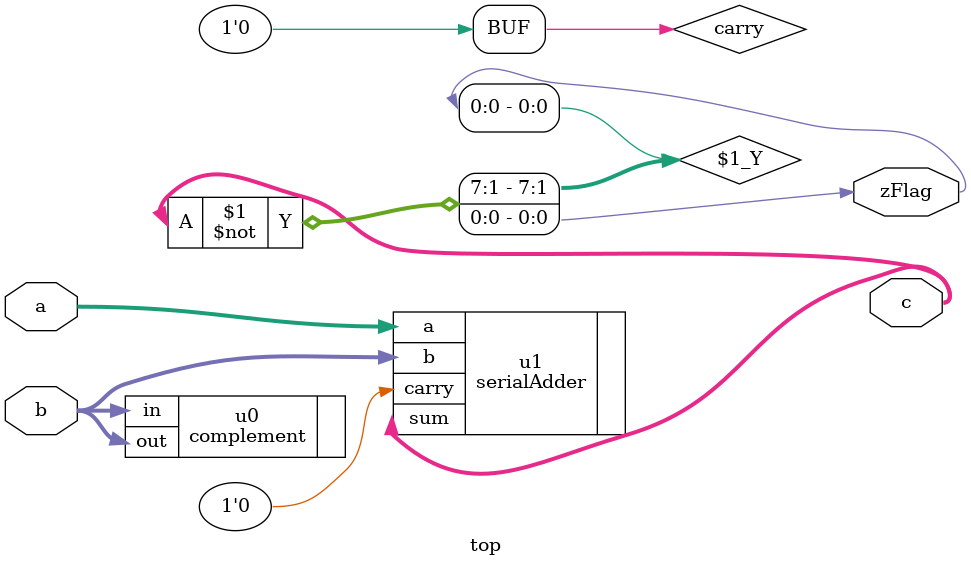
<source format=v>
`include "complement.v"
`include "serialAdder.v"

module top(a, b, zFlag, c);

    input [7:0] a, b;
    output zFlag;
    output [7:0] c;
    reg carry;

    complement u0(.in(b), .out(b));
    serialAdder u1(.a(a), .b(b), .sum(c), .carry(carry));

    initial begin
        carry = 0;
    end

    assign zFlag = ~c;
    
endmodule
</source>
